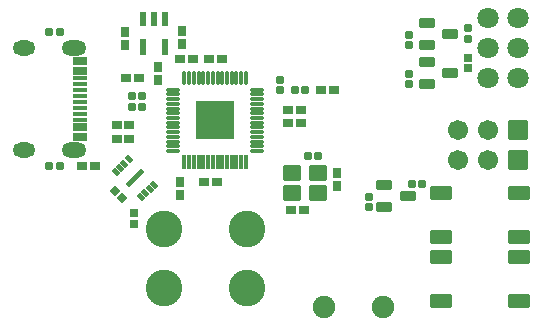
<source format=gts>
G04 Layer: TopSolderMaskLayer*
G04 EasyEDA v6.5.39, 2024-01-14 11:16:20*
G04 7225f5b682534d558e40c38ebd35b67e,4e7111fa6b144b4da7037494b399c203,10*
G04 Gerber Generator version 0.2*
G04 Scale: 100 percent, Rotated: No, Reflected: No *
G04 Dimensions in millimeters *
G04 leading zeros omitted , absolute positions ,4 integer and 5 decimal *
%FSLAX45Y45*%
%MOMM*%

%AMMACRO1*1,1,$1,$2,$3*1,1,$1,$4,$5*1,1,$1,0-$2,0-$3*1,1,$1,0-$4,0-$5*20,1,$1,$2,$3,$4,$5,0*20,1,$1,$4,$5,0-$2,0-$3,0*20,1,$1,0-$2,0-$3,0-$4,0-$5,0*20,1,$1,0-$4,0-$5,$2,$3,0*4,1,4,$2,$3,$4,$5,0-$2,0-$3,0-$4,0-$5,$2,$3,0*%
%ADD10C,1.8016*%
%ADD11MACRO1,0.1016X0.8X-0.8X-0.8X-0.8*%
%ADD12C,1.7016*%
%ADD13MACRO1,0.1016X0.245X-0.5785X-0.245X-0.5785*%
%ADD14MACRO1,0.1016X0.245X-0.5875X-0.245X-0.5875*%
%ADD15MACRO1,0.1016X-0.85X0.5X0.85X0.5*%
%ADD16MACRO1,0.1X0.55X0.3X0.55X-0.3*%
%ADD17MACRO1,0.1X0.55X0.15X0.55X-0.15*%
%ADD18O,2.1000212X1.3000228*%
%ADD19O,1.9000215999999999X1.3000228*%
%ADD20C,1.9016*%
%ADD21MACRO1,0.1016X-0.395X-0.27X-0.395X0.27*%
%ADD22MACRO1,0.1016X0.395X-0.27X0.395X0.27*%
%ADD23MACRO1,0.1016X-0.27X0.395X0.27X0.395*%
%ADD24MACRO1,0.1016X-0.27X-0.395X0.27X-0.395*%
%ADD25MACRO1,0.1016X0.395X0.27X0.395X-0.27*%
%ADD26MACRO1,0.1016X-0.395X0.27X-0.395X-0.27*%
%ADD27R,0.6416X0.8917*%
%ADD28MACRO1,0.1016X-0.1131X0.3111X0.3111X-0.1131*%
%ADD29MACRO1,0.1016X-0.495X-0.7071X-0.7071X-0.495*%
%ADD30C,3.1016*%
%ADD31MACRO1,0.1016X0.625X-0.35X-0.625X-0.35*%
%ADD32MACRO1,0.1016X-0.2828X-0.27X-0.2828X0.27*%
%ADD33MACRO1,0.1016X0.2828X-0.27X0.2828X0.27*%
%ADD34MACRO1,0.1016X0.2828X0.27X0.2828X-0.27*%
%ADD35MACRO1,0.1016X-0.2828X0.27X-0.2828X-0.27*%
%ADD36R,0.6416X0.6673*%
%ADD37MACRO1,0.1016X-0.27X0.2828X0.27X0.2828*%
%ADD38MACRO1,0.1016X-0.27X-0.2828X0.27X-0.2828*%
%ADD39MACRO1,0.1016X-0.3909X0.0091X-0.0091X0.3909*%
%ADD40MACRO1,0.1016X0.0091X-0.3909X0.3909X-0.0091*%
%ADD41R,0.3000X1.2000*%
%ADD42MACRO1,0.1X0.55X-0.1X-0.55X-0.1*%
%ADD43MACRO1,0.1X0.1X0.55X0.1X-0.55*%
%ADD44MACRO1,0.1X-0.55X0.1X0.55X0.1*%
%ADD45R,3.2000X3.2000*%
%ADD46MACRO1,0.1016X-0.7X0.6X0.7X0.6*%
%ADD47C,0.0178*%

%LPD*%
D10*
G01*
X4747056Y3326104D03*
G01*
X4493056Y3326104D03*
G01*
X4747056Y3580104D03*
G01*
X4493056Y3580104D03*
G01*
X4747056Y3834104D03*
G01*
X4493056Y3834104D03*
D11*
G01*
X4743957Y2886964D03*
G01*
X4743957Y2632964D03*
D12*
G01*
X4489958Y2886963D03*
G01*
X4489958Y2632963D03*
G01*
X4235958Y2886963D03*
G01*
X4235958Y2632963D03*
D13*
G01*
X1754992Y3825359D03*
G01*
X1659996Y3825359D03*
G01*
X1565000Y3825359D03*
D14*
G01*
X1565000Y3594625D03*
G01*
X1754992Y3594625D03*
D15*
G01*
X4089994Y1815015D03*
G01*
X4749993Y1815020D03*
G01*
X4089994Y1444978D03*
G01*
X4749993Y1444980D03*
G01*
X4089994Y2355014D03*
G01*
X4749993Y2355019D03*
G01*
X4089994Y1984976D03*
G01*
X4749993Y1984979D03*
D16*
G01*
X1037502Y3469995D03*
G01*
X1037502Y3389985D03*
D17*
G01*
X1037502Y3324987D03*
G01*
X1037502Y3274974D03*
G01*
X1037502Y3224987D03*
G01*
X1037502Y3175000D03*
G01*
X1037502Y3124987D03*
G01*
X1037502Y3075000D03*
G01*
X1037502Y3024987D03*
G01*
X1037502Y2974975D03*
D16*
G01*
X1037502Y2909976D03*
G01*
X1037502Y2829991D03*
D18*
G01*
X982522Y3582492D03*
G01*
X982522Y2717495D03*
D19*
G01*
X562508Y3582492D03*
G01*
X562508Y2717495D03*
D20*
G01*
X3599992Y1390014D03*
G01*
X3099993Y1390014D03*
D21*
G01*
X2934500Y2209995D03*
D22*
G01*
X2825488Y2209995D03*
D23*
G01*
X3209993Y2415489D03*
D24*
G01*
X3209993Y2524500D03*
D21*
G01*
X3184499Y3229993D03*
D22*
G01*
X3075487Y3229993D03*
D25*
G01*
X1425491Y3329993D03*
D26*
G01*
X1534502Y3329993D03*
D25*
G01*
X1055491Y2579994D03*
D26*
G01*
X1164503Y2579994D03*
D21*
G01*
X2904500Y3059993D03*
D22*
G01*
X2795488Y3059993D03*
D25*
G01*
X1345491Y2809994D03*
D26*
G01*
X1454503Y2809994D03*
D25*
G01*
X1345491Y2929994D03*
D26*
G01*
X1454503Y2929994D03*
D21*
G01*
X1994501Y3489993D03*
D22*
G01*
X1885490Y3489993D03*
D21*
G01*
X2904500Y2949994D03*
D22*
G01*
X2795488Y2949994D03*
D25*
G01*
X2130491Y3489993D03*
D26*
G01*
X2239502Y3489993D03*
D25*
G01*
X2085489Y2449995D03*
D26*
G01*
X2194501Y2449995D03*
D23*
G01*
X1879996Y2335489D03*
D24*
G01*
X1879996Y2444501D03*
D27*
G01*
X1699996Y3424504D03*
G01*
X1699996Y3315487D03*
D23*
G01*
X1419997Y3605486D03*
D24*
G01*
X1419997Y3714498D03*
D27*
G01*
X1894992Y3724503D03*
G01*
X1894992Y3615486D03*
D28*
G01*
X1553550Y2320375D03*
G01*
X1588914Y2355738D03*
G01*
X1624260Y2391084D03*
G01*
X1659624Y2426449D03*
G01*
X1340369Y2533554D03*
G01*
X1375733Y2568919D03*
G01*
X1411079Y2604265D03*
G01*
X1446443Y2639630D03*
D29*
G01*
X1499993Y2480001D03*
D30*
G01*
X1750009Y2049983D03*
G01*
X1750009Y1549984D03*
G01*
X2450007Y2049983D03*
G01*
X2450007Y1549984D03*
D31*
G01*
X3969992Y3794988D03*
G01*
X3969992Y3604997D03*
G01*
X4169991Y3699993D03*
G01*
X3969992Y3464989D03*
G01*
X3969992Y3274998D03*
G01*
X4169991Y3369994D03*
G01*
X3609992Y2424991D03*
G01*
X3609992Y2235000D03*
G01*
X3809992Y2329996D03*
D32*
G01*
X863281Y3719992D03*
D33*
G01*
X776715Y3719992D03*
D32*
G01*
X863281Y2579994D03*
D33*
G01*
X776715Y2579994D03*
D34*
G01*
X1476714Y3079993D03*
D35*
G01*
X1563279Y3079993D03*
D34*
G01*
X1476714Y3179993D03*
D35*
G01*
X1563279Y3179993D03*
D32*
G01*
X2943277Y3229993D03*
D33*
G01*
X2856711Y3229993D03*
D36*
G01*
X1489989Y2183282D03*
G01*
X1489989Y2096719D03*
D32*
G01*
X3053276Y2669994D03*
D33*
G01*
X2966711Y2669994D03*
D37*
G01*
X4319991Y3661708D03*
D38*
G01*
X4319991Y3748274D03*
D37*
G01*
X3824993Y3606709D03*
D38*
G01*
X3824993Y3693275D03*
D36*
G01*
X4319981Y3498265D03*
G01*
X4319981Y3411702D03*
D37*
G01*
X3824993Y3276710D03*
D38*
G01*
X3824993Y3363276D03*
D37*
G01*
X2729994Y3226710D03*
D38*
G01*
X2729994Y3313276D03*
D39*
G01*
X1390603Y2309389D03*
D40*
G01*
X1329391Y2370601D03*
D32*
G01*
X3933275Y2434993D03*
D33*
G01*
X3846709Y2434993D03*
D37*
G01*
X3479993Y2236712D03*
D38*
G01*
X3479993Y2323278D03*
D41*
G01*
X1919986Y2614980D03*
G01*
X1959990Y2614980D03*
G01*
X1999995Y2614980D03*
G01*
X2040000Y2614980D03*
G01*
X2079980Y2614980D03*
G01*
X2119985Y2614980D03*
G01*
X2159990Y2614980D03*
G01*
X2199995Y2614980D03*
G01*
X2240000Y2614980D03*
G01*
X2279980Y2614980D03*
G01*
X2319985Y2614980D03*
G01*
X2359990Y2614980D03*
G01*
X2399995Y2614980D03*
G01*
X2440000Y2614980D03*
D42*
G01*
X2534991Y2709999D03*
G01*
X2534991Y2749979D03*
G01*
X2534991Y2789984D03*
G01*
X2534991Y2829989D03*
G01*
X2534991Y2869994D03*
G01*
X2534991Y2909999D03*
G01*
X2534991Y2949978D03*
G01*
X2534991Y2989983D03*
G01*
X2534991Y3029988D03*
G01*
X2534991Y3069993D03*
G01*
X2534991Y3109998D03*
G01*
X2534991Y3149978D03*
G01*
X2534991Y3189983D03*
G01*
X2534991Y3229988D03*
D43*
G01*
X2440002Y3325002D03*
G01*
X2399997Y3325002D03*
G01*
X2359992Y3325002D03*
G01*
X2319987Y3325002D03*
G01*
X2279982Y3325002D03*
G01*
X2240003Y3325002D03*
G01*
X2199998Y3325002D03*
G01*
X2159993Y3325002D03*
G01*
X2119988Y3325002D03*
G01*
X2079983Y3325002D03*
G01*
X2040003Y3325002D03*
G01*
X1999998Y3325002D03*
G01*
X1959993Y3325002D03*
G01*
X1919988Y3325002D03*
D44*
G01*
X1825000Y3229988D03*
G01*
X1825000Y3189983D03*
G01*
X1825000Y3149978D03*
G01*
X1825000Y3109998D03*
G01*
X1825000Y3069993D03*
G01*
X1825000Y3029988D03*
G01*
X1825000Y2989983D03*
G01*
X1825000Y2949978D03*
G01*
X1825000Y2909999D03*
G01*
X1825000Y2869994D03*
G01*
X1825000Y2829989D03*
G01*
X1825000Y2789984D03*
G01*
X1825000Y2749979D03*
G01*
X1825000Y2709999D03*
D45*
G01*
X2179980Y2969996D03*
D46*
G01*
X2829994Y2352504D03*
G01*
X3049993Y2352504D03*
G01*
X3049993Y2527510D03*
G01*
X2829994Y2527505D03*
M02*

</source>
